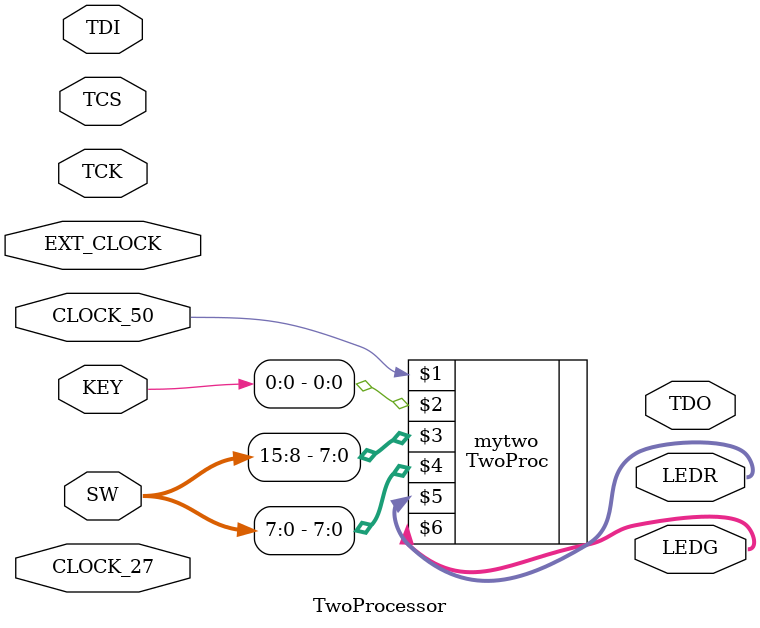
<source format=v>

module TwoProcessor
	(
		////////////////////	Clock Input	 	////////////////////	 
		CLOCK_27,						//	27 MHz
		CLOCK_50,						//	50 MHz
		EXT_CLOCK,						//	External Clock
		////////////////////	Push Button		////////////////////
		KEY,							//	Pushbutton[3:0]
		////////////////////	DPDT Switch		////////////////////
		SW,								//	Toggle Switch[17:0]
		////////////////////////	LED		////////////////////////
		LEDG,							//	LED Green[8:0]
		LEDR,							//	LED Red[17:0]
		////////////////////	USB JTAG link	////////////////////
		TDI,  							// CPLD -> FPGA (data in)
		TCK,  							// CPLD -> FPGA (clk)
		TCS,  							// CPLD -> FPGA (CS)
	    TDO  							// FPGA -> CPLD (data out)
	);

////////////////////////	Clock Input	 	////////////////////////
input			CLOCK_27;				//	27 MHz
input			CLOCK_50;				//	50 MHz
input			EXT_CLOCK;				//	External Clock
////////////////////////	Push Button		////////////////////////
input	[3:0]	KEY;					//	Pushbutton[3:0]
////////////////////////	DPDT Switch		////////////////////////
input	[17:0]	SW;						//	Toggle Switch[17:0]
////////////////////////////	LED		////////////////////////////
output	[8:0]	LEDG;					//	LED Green[8:0]
output	[17:0]	LEDR;					//	LED Red[17:0]
////////////////////	USB JTAG link	////////////////////////////
input  			TDI;					// CPLD -> FPGA (data in)
input  			TCK;					// CPLD -> FPGA (clk)
input  			TCS;					// CPLD -> FPGA (CS)
output 			TDO;					// FPGA -> CPLD (data out)


//From SOPC builder
/*
module TwoProc (
                 // 1) global signals:
                  clk,
                  reset_n,

                 // the_in_0
                  in_port_to_the_in_0,

                 // the_in_1
                  in_port_to_the_in_1,

                 // the_out_0
                  out_port_from_the_out_0,

                 // the_out_1
                  out_port_from_the_out_1
               )
;
  output  [ 31: 0] out_port_from_the_out_0;
  output  [ 31: 0] out_port_from_the_out_1;
  input            clk;
  input   [  7: 0] in_port_to_the_in_0;
  input   [  7: 0] in_port_to_the_in_1;
*/

TwoProc mytwo(CLOCK_50, KEY[0], SW[15:8], SW[7:0], LEDR, LEDG);

endmodule
</source>
